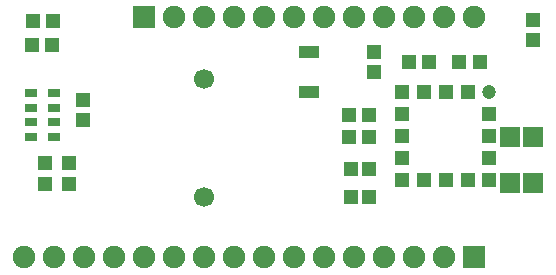
<source format=gbr>
G04 DipTrace 3.1.0.1*
G04 TopMask.gbr*
%MOIN*%
G04 #@! TF.FileFunction,Soldermask,Top*
G04 #@! TF.Part,Single*
%ADD20C,0.066929*%
%ADD35R,0.070866X0.03937*%
%ADD38R,0.03937X0.027559*%
%ADD40R,0.068504X0.068504*%
%ADD42R,0.045276X0.047244*%
%ADD44C,0.074803*%
%ADD45R,0.074803X0.074803*%
%ADD47R,0.047244X0.047244*%
%ADD49C,0.047244*%
%ADD51R,0.047244X0.051181*%
%ADD53R,0.051181X0.047244*%
%FSLAX26Y26*%
G04*
G70*
G90*
G75*
G01*
G04 TopMask*
%LPD*%
D53*
X1971654Y1093701D3*
X1904725D3*
X1737795D3*
X1804725D3*
D51*
X523475Y756201D3*
Y689272D3*
X604725Y756201D3*
Y689272D3*
X648474Y968701D3*
Y901772D3*
D49*
X2004725Y993701D3*
D47*
Y920866D3*
Y848032D3*
Y775197D3*
Y702362D3*
X1931890D3*
X1859055D3*
X1786221D3*
X1713386D3*
Y775197D3*
Y848032D3*
Y920866D3*
Y993701D3*
X1786221D3*
X1859055D3*
X1931890D3*
D45*
X1954725Y443701D3*
D44*
X1854725D3*
X1754725D3*
X1654725D3*
X1554725D3*
X1454725D3*
X1354725D3*
X1254725D3*
X1154725D3*
X1054725D3*
X954725D3*
X854725D3*
X754725D3*
X654725D3*
X554725D3*
X454725D3*
D45*
X854725Y1243701D3*
D44*
X954725D3*
X1054725D3*
X1154725D3*
X1254725D3*
X1354725D3*
X1454725D3*
X1554725D3*
X1654725D3*
X1754725D3*
X1854725D3*
X1954725D3*
D42*
X1604725Y737452D3*
X1541732D3*
X1604725Y643701D3*
X1541732D3*
D51*
X1621260Y1060236D3*
Y1127166D3*
D53*
X546654Y1149950D3*
X479725D3*
X1604725Y918701D3*
X1537795D3*
X1604725Y843701D3*
X1537795D3*
D51*
X2148474Y1168701D3*
Y1235630D3*
D53*
X548474Y1231201D3*
X481545D3*
D40*
X2148475Y843701D3*
Y690158D3*
X2072097Y843701D3*
Y690158D3*
D38*
X554725Y843701D3*
Y892914D3*
Y942126D3*
Y991339D3*
X475984D3*
Y942126D3*
Y892914D3*
Y843701D3*
D20*
X1054725Y643701D3*
Y1037402D3*
D35*
X1404725Y993701D3*
Y1127559D3*
M02*

</source>
